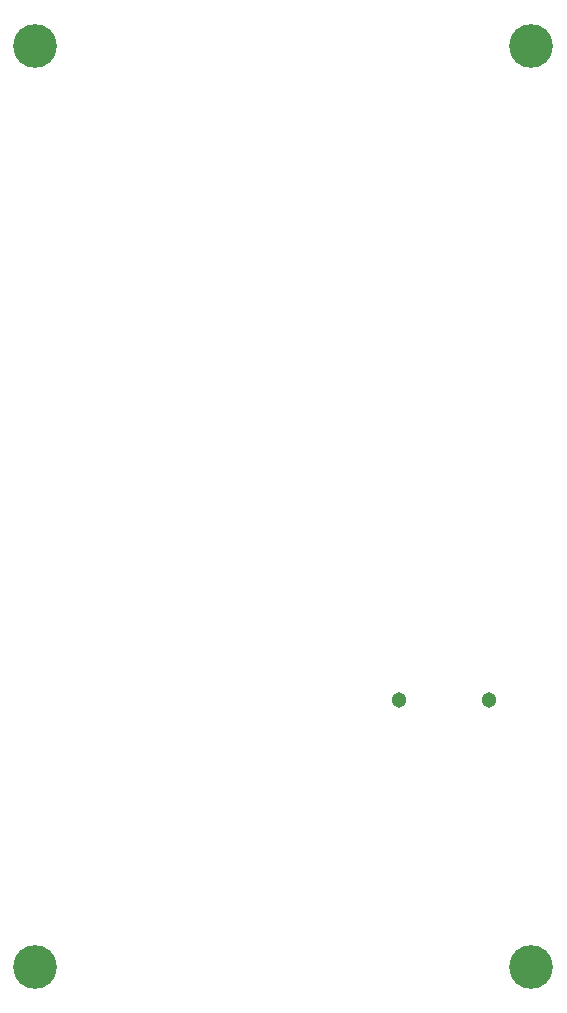
<source format=gbr>
G04 #@! TF.GenerationSoftware,KiCad,Pcbnew,5.1.6-c6e7f7d~87~ubuntu18.04.1*
G04 #@! TF.CreationDate,2022-09-30T15:40:45+03:00*
G04 #@! TF.ProjectId,MOD-LCD2.8RTP_Rev_C,4d4f442d-4c43-4443-922e-385254505f52,C*
G04 #@! TF.SameCoordinates,Original*
G04 #@! TF.FileFunction,Soldermask,Bot*
G04 #@! TF.FilePolarity,Negative*
%FSLAX46Y46*%
G04 Gerber Fmt 4.6, Leading zero omitted, Abs format (unit mm)*
G04 Created by KiCad (PCBNEW 5.1.6-c6e7f7d~87~ubuntu18.04.1) date 2022-09-30 15:40:45*
%MOMM*%
%LPD*%
G01*
G04 APERTURE LIST*
%ADD10C,1.301600*%
%ADD11C,3.700000*%
G04 APERTURE END LIST*
D10*
X87410000Y-114400000D03*
X79790000Y-114400000D03*
D11*
X91000000Y-59000000D03*
X49000000Y-59000000D03*
X49000000Y-137000000D03*
X91000000Y-137000000D03*
M02*

</source>
